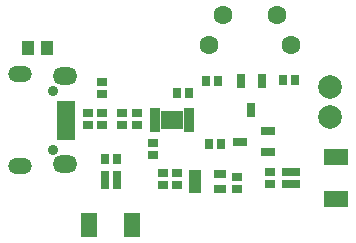
<source format=gts>
G04*
G04 #@! TF.GenerationSoftware,Altium Limited,Altium Designer,21.6.4 (81)*
G04*
G04 Layer_Color=8388736*
%FSLAX44Y44*%
%MOMM*%
G71*
G04*
G04 #@! TF.SameCoordinates,8A05593B-3552-4C3B-B2EF-5CC55372FEEF*
G04*
G04*
G04 #@! TF.FilePolarity,Negative*
G04*
G01*
G75*
%ADD29R,0.8800X0.7000*%
%ADD30R,0.8000X0.8800*%
%ADD31R,0.7532X1.1532*%
%ADD32R,1.1532X0.7532*%
%ADD33R,1.6500X0.7000*%
%ADD34R,2.0032X1.4032*%
%ADD35R,1.0532X0.7032*%
%ADD36R,0.7000X1.6500*%
%ADD37R,1.4032X2.0032*%
%ADD38R,0.7000X0.8800*%
%ADD39R,1.8332X1.6332*%
%ADD40R,0.9032X0.5532*%
%ADD41R,0.8800X0.8000*%
%ADD42R,1.5032X0.6532*%
%ADD43R,1.1032X1.2032*%
%ADD44C,1.6032*%
%ADD45C,2.0032*%
%ADD46C,0.9000*%
%ADD47O,2.0032X1.3532*%
%ADD48O,2.1000X1.5000*%
D29*
X134000Y81000D02*
D03*
Y71000D02*
D03*
X233000Y46000D02*
D03*
Y56000D02*
D03*
X205000Y52000D02*
D03*
Y42000D02*
D03*
X154000Y55000D02*
D03*
Y45000D02*
D03*
X142000Y55000D02*
D03*
Y45000D02*
D03*
X120000Y106000D02*
D03*
Y96000D02*
D03*
X108000Y106000D02*
D03*
Y96000D02*
D03*
X91000Y106000D02*
D03*
Y96000D02*
D03*
X79000Y106000D02*
D03*
Y96000D02*
D03*
D30*
X164000Y123000D02*
D03*
X154000D02*
D03*
X189000Y133000D02*
D03*
X179000D02*
D03*
X254000Y134000D02*
D03*
X244000D02*
D03*
X181000Y80000D02*
D03*
X191000D02*
D03*
D31*
X226000Y132900D02*
D03*
X208000D02*
D03*
X217000Y109100D02*
D03*
D32*
X207100Y82000D02*
D03*
X230900Y91000D02*
D03*
Y73000D02*
D03*
D33*
X250250Y46000D02*
D03*
Y56000D02*
D03*
D34*
X289000Y33000D02*
D03*
Y69000D02*
D03*
D35*
X190500Y54500D02*
D03*
Y41500D02*
D03*
X169500D02*
D03*
Y48000D02*
D03*
Y54500D02*
D03*
D36*
X93000Y49750D02*
D03*
X103000D02*
D03*
D37*
X80000Y11000D02*
D03*
X116000D02*
D03*
D38*
X93000Y67000D02*
D03*
X103000D02*
D03*
D39*
X150000Y100000D02*
D03*
D40*
X164500Y92500D02*
D03*
Y97500D02*
D03*
Y102500D02*
D03*
Y107500D02*
D03*
X135500Y92500D02*
D03*
Y97500D02*
D03*
Y102500D02*
D03*
Y107500D02*
D03*
D41*
X91000Y122000D02*
D03*
Y132000D02*
D03*
D42*
X60000Y87000D02*
D03*
X60000Y93500D02*
D03*
Y100000D02*
D03*
Y106500D02*
D03*
Y113000D02*
D03*
D43*
X27750Y161000D02*
D03*
X44250D02*
D03*
D44*
X251000Y164000D02*
D03*
X181000D02*
D03*
X193500Y189000D02*
D03*
X238500D02*
D03*
D45*
X284000Y103000D02*
D03*
Y128400D02*
D03*
D46*
X49000Y75000D02*
D03*
Y125000D02*
D03*
D47*
X21500Y61250D02*
D03*
Y138750D02*
D03*
D48*
X59500Y62750D02*
D03*
Y137250D02*
D03*
M02*

</source>
